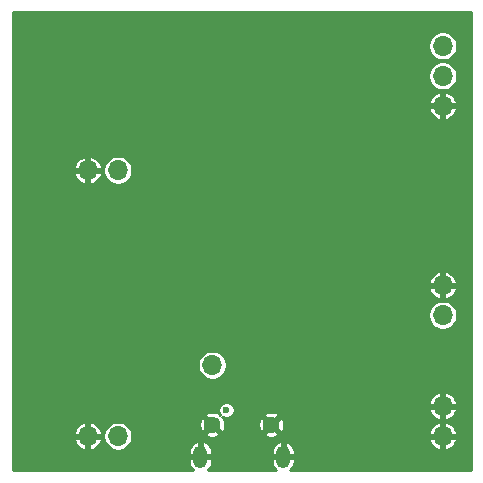
<source format=gbl>
G04 #@! TF.GenerationSoftware,KiCad,Pcbnew,5.1.10-88a1d61d58~90~ubuntu20.04.1*
G04 #@! TF.CreationDate,2021-11-08T15:05:55+08:00*
G04 #@! TF.ProjectId,esp32-c3-test,65737033-322d-4633-932d-746573742e6b,rev?*
G04 #@! TF.SameCoordinates,Original*
G04 #@! TF.FileFunction,Copper,L2,Bot*
G04 #@! TF.FilePolarity,Positive*
%FSLAX46Y46*%
G04 Gerber Fmt 4.6, Leading zero omitted, Abs format (unit mm)*
G04 Created by KiCad (PCBNEW 5.1.10-88a1d61d58~90~ubuntu20.04.1) date 2021-11-08 15:05:55*
%MOMM*%
%LPD*%
G01*
G04 APERTURE LIST*
G04 #@! TA.AperFunction,ComponentPad*
%ADD10O,1.700000X1.700000*%
G04 #@! TD*
G04 #@! TA.AperFunction,ComponentPad*
%ADD11O,1.200000X1.900000*%
G04 #@! TD*
G04 #@! TA.AperFunction,ComponentPad*
%ADD12C,1.450000*%
G04 #@! TD*
G04 #@! TA.AperFunction,ViaPad*
%ADD13C,0.600000*%
G04 #@! TD*
G04 #@! TA.AperFunction,Conductor*
%ADD14C,0.254000*%
G04 #@! TD*
G04 #@! TA.AperFunction,Conductor*
%ADD15C,0.100000*%
G04 #@! TD*
G04 APERTURE END LIST*
D10*
X117000000Y-91500000D03*
X117000000Y-88960000D03*
X89500000Y-69000000D03*
X86960000Y-69000000D03*
X89500000Y-91500000D03*
X86960000Y-91500000D03*
X97500000Y-85500000D03*
X117000000Y-81270000D03*
X117000000Y-78730000D03*
X117000000Y-58460000D03*
X117000000Y-61000000D03*
X117000000Y-63540000D03*
D11*
X103500000Y-93237500D03*
X96500000Y-93237500D03*
D12*
X102500000Y-90537500D03*
X97500000Y-90537500D03*
D13*
X96000000Y-57500000D03*
X100000000Y-57500000D03*
X104000000Y-57500000D03*
X102000000Y-57500000D03*
X98000000Y-57500000D03*
X104000000Y-59000000D03*
X104000000Y-61000000D03*
X104000000Y-63000000D03*
X96000000Y-59000000D03*
X96000000Y-61000000D03*
X96000000Y-63000000D03*
X104000000Y-64500000D03*
X102000000Y-64500000D03*
X100000000Y-64500000D03*
X98000000Y-64500000D03*
X96000000Y-64500000D03*
X112000000Y-76500000D03*
X94000000Y-67000000D03*
X106000000Y-67000000D03*
X107000000Y-56000000D03*
X93000000Y-56000000D03*
X93000000Y-57000000D03*
X108500000Y-76500000D03*
X104500000Y-76500000D03*
X101000000Y-76500000D03*
X97500000Y-76500000D03*
X107000000Y-66000000D03*
X95500000Y-76500000D03*
X93000000Y-66000000D03*
X93000000Y-65000000D03*
X96800000Y-67000000D03*
X86500000Y-87500000D03*
X86500000Y-86500000D03*
X86500000Y-88500000D03*
X86500000Y-74500000D03*
X86500000Y-73500000D03*
X86500000Y-75500000D03*
X86500000Y-58500000D03*
X86500000Y-57500000D03*
X86500000Y-59500000D03*
X85500000Y-84500000D03*
X85500000Y-83500000D03*
X85500000Y-85500000D03*
X86500000Y-82500000D03*
X85500000Y-82500000D03*
X101300000Y-89300000D03*
X101300000Y-91700000D03*
X119000000Y-56000000D03*
X115000000Y-56000000D03*
X117000000Y-56000000D03*
X113000000Y-56000000D03*
X119000000Y-58000000D03*
X119000000Y-94000000D03*
X119000000Y-92000000D03*
X117000000Y-94000000D03*
X111000000Y-56000000D03*
X109000000Y-56000000D03*
X91500000Y-56000000D03*
X90000000Y-56000000D03*
X88500000Y-56000000D03*
X87000000Y-56000000D03*
X85500000Y-56000000D03*
X84000000Y-56000000D03*
X82500000Y-56000000D03*
X81000000Y-56000000D03*
X93000000Y-57800000D03*
X86500000Y-72500000D03*
X87500000Y-72500000D03*
X88500000Y-72500000D03*
X86500000Y-76500000D03*
X86500000Y-60500000D03*
X87500000Y-60500000D03*
X88500000Y-60500000D03*
X81000000Y-58000000D03*
X81000000Y-60000000D03*
X81000000Y-62000000D03*
X81000000Y-64000000D03*
X81000000Y-66000000D03*
X81000000Y-68000000D03*
X81000000Y-70000000D03*
X81000000Y-72000000D03*
X81000000Y-74000000D03*
X81000000Y-76000000D03*
X81000000Y-78000000D03*
X81000000Y-80000000D03*
X81000000Y-82000000D03*
X81000000Y-84000000D03*
X81000000Y-86000000D03*
X81000000Y-88000000D03*
X81000000Y-90000000D03*
X81000000Y-92000000D03*
X119000000Y-60000000D03*
X119000000Y-62000000D03*
X119000000Y-64000000D03*
X119000000Y-66000000D03*
X119000000Y-68000000D03*
X119000000Y-70000000D03*
X119000000Y-72000000D03*
X119000000Y-74000000D03*
X119000000Y-76000000D03*
X119000000Y-78000000D03*
X119000000Y-80000000D03*
X119000000Y-82000000D03*
X119000000Y-84000000D03*
X119000000Y-86000000D03*
X119000000Y-88000000D03*
X119000000Y-90000000D03*
X115000000Y-94000000D03*
X113000000Y-94000000D03*
X111000000Y-94000000D03*
X109000000Y-94000000D03*
X107000000Y-94000000D03*
X83000000Y-94000000D03*
X85000000Y-94000000D03*
X87000000Y-94000000D03*
X89000000Y-94000000D03*
X91000000Y-94000000D03*
X93000000Y-94000000D03*
X84000000Y-61000000D03*
X85000000Y-64000000D03*
X108000000Y-59500000D03*
X112500000Y-59000000D03*
X109500000Y-58000000D03*
X108000000Y-62000000D03*
X112500000Y-62000000D03*
X102000000Y-68000000D03*
X101500000Y-71500000D03*
X102000000Y-69500000D03*
X99500000Y-72500000D03*
X93000000Y-70000000D03*
X94500000Y-72500000D03*
X99000000Y-79000000D03*
X112000000Y-82500000D03*
X112000000Y-87000000D03*
X107500000Y-71500000D03*
X111500000Y-69000000D03*
X81000000Y-94000000D03*
X98700000Y-89300000D03*
D14*
X119373000Y-94373000D02*
X104100627Y-94373000D01*
X104103869Y-94370974D01*
X104245114Y-94238111D01*
X104357725Y-94080245D01*
X104437374Y-93903443D01*
X104481000Y-93714500D01*
X104481000Y-93364500D01*
X103627000Y-93364500D01*
X103627000Y-93384500D01*
X103373000Y-93384500D01*
X103373000Y-93364500D01*
X102519000Y-93364500D01*
X102519000Y-93714500D01*
X102562626Y-93903443D01*
X102642275Y-94080245D01*
X102754886Y-94238111D01*
X102896131Y-94370974D01*
X102899373Y-94373000D01*
X97100627Y-94373000D01*
X97103869Y-94370974D01*
X97245114Y-94238111D01*
X97357725Y-94080245D01*
X97437374Y-93903443D01*
X97481000Y-93714500D01*
X97481000Y-93364500D01*
X96627000Y-93364500D01*
X96627000Y-93384500D01*
X96373000Y-93384500D01*
X96373000Y-93364500D01*
X95519000Y-93364500D01*
X95519000Y-93714500D01*
X95562626Y-93903443D01*
X95642275Y-94080245D01*
X95754886Y-94238111D01*
X95896131Y-94370974D01*
X95899373Y-94373000D01*
X80627000Y-94373000D01*
X80627000Y-92760500D01*
X95519000Y-92760500D01*
X95519000Y-93110500D01*
X96373000Y-93110500D01*
X96373000Y-92010902D01*
X96627000Y-92010902D01*
X96627000Y-93110500D01*
X97481000Y-93110500D01*
X97481000Y-92760500D01*
X102519000Y-92760500D01*
X102519000Y-93110500D01*
X103373000Y-93110500D01*
X103373000Y-92010902D01*
X103627000Y-92010902D01*
X103627000Y-93110500D01*
X104481000Y-93110500D01*
X104481000Y-92760500D01*
X104437374Y-92571557D01*
X104357725Y-92394755D01*
X104245114Y-92236889D01*
X104103869Y-92104026D01*
X103939418Y-92001271D01*
X103777607Y-91946598D01*
X103627000Y-92010902D01*
X103373000Y-92010902D01*
X103222393Y-91946598D01*
X103060582Y-92001271D01*
X102896131Y-92104026D01*
X102754886Y-92236889D01*
X102642275Y-92394755D01*
X102562626Y-92571557D01*
X102519000Y-92760500D01*
X97481000Y-92760500D01*
X97437374Y-92571557D01*
X97357725Y-92394755D01*
X97245114Y-92236889D01*
X97103869Y-92104026D01*
X96939418Y-92001271D01*
X96777607Y-91946598D01*
X96627000Y-92010902D01*
X96373000Y-92010902D01*
X96222393Y-91946598D01*
X96060582Y-92001271D01*
X95896131Y-92104026D01*
X95754886Y-92236889D01*
X95642275Y-92394755D01*
X95562626Y-92571557D01*
X95519000Y-92760500D01*
X80627000Y-92760500D01*
X80627000Y-91816981D01*
X85770505Y-91816981D01*
X85855201Y-92042949D01*
X85982353Y-92248052D01*
X86147076Y-92424408D01*
X86343039Y-92565239D01*
X86562712Y-92665134D01*
X86643020Y-92689489D01*
X86833000Y-92628627D01*
X86833000Y-91627000D01*
X87087000Y-91627000D01*
X87087000Y-92628627D01*
X87276980Y-92689489D01*
X87357288Y-92665134D01*
X87576961Y-92565239D01*
X87772924Y-92424408D01*
X87937647Y-92248052D01*
X88064799Y-92042949D01*
X88149495Y-91816981D01*
X88089187Y-91627000D01*
X87087000Y-91627000D01*
X86833000Y-91627000D01*
X85830813Y-91627000D01*
X85770505Y-91816981D01*
X80627000Y-91816981D01*
X80627000Y-91378757D01*
X88269000Y-91378757D01*
X88269000Y-91621243D01*
X88316307Y-91859069D01*
X88409102Y-92083097D01*
X88543820Y-92284717D01*
X88715283Y-92456180D01*
X88916903Y-92590898D01*
X89140931Y-92683693D01*
X89378757Y-92731000D01*
X89621243Y-92731000D01*
X89859069Y-92683693D01*
X90083097Y-92590898D01*
X90284717Y-92456180D01*
X90456180Y-92284717D01*
X90590898Y-92083097D01*
X90683693Y-91859069D01*
X90692065Y-91816980D01*
X115810511Y-91816980D01*
X115834866Y-91897288D01*
X115934761Y-92116961D01*
X116075592Y-92312924D01*
X116251948Y-92477647D01*
X116457051Y-92604799D01*
X116683019Y-92689495D01*
X116873000Y-92629187D01*
X116873000Y-91627000D01*
X117127000Y-91627000D01*
X117127000Y-92629187D01*
X117316981Y-92689495D01*
X117542949Y-92604799D01*
X117748052Y-92477647D01*
X117924408Y-92312924D01*
X118065239Y-92116961D01*
X118165134Y-91897288D01*
X118189489Y-91816980D01*
X118128627Y-91627000D01*
X117127000Y-91627000D01*
X116873000Y-91627000D01*
X115871373Y-91627000D01*
X115810511Y-91816980D01*
X90692065Y-91816980D01*
X90731000Y-91621243D01*
X90731000Y-91378757D01*
X90723323Y-91340160D01*
X96876945Y-91340160D01*
X96953788Y-91505361D01*
X97153104Y-91593324D01*
X97365751Y-91640713D01*
X97583557Y-91645705D01*
X97798152Y-91608111D01*
X98001289Y-91529372D01*
X98046212Y-91505361D01*
X98123055Y-91340160D01*
X101876945Y-91340160D01*
X101953788Y-91505361D01*
X102153104Y-91593324D01*
X102365751Y-91640713D01*
X102583557Y-91645705D01*
X102798152Y-91608111D01*
X103001289Y-91529372D01*
X103046212Y-91505361D01*
X103123055Y-91340160D01*
X102965915Y-91183020D01*
X115810511Y-91183020D01*
X115871373Y-91373000D01*
X116873000Y-91373000D01*
X116873000Y-90370813D01*
X117127000Y-90370813D01*
X117127000Y-91373000D01*
X118128627Y-91373000D01*
X118189489Y-91183020D01*
X118165134Y-91102712D01*
X118065239Y-90883039D01*
X117924408Y-90687076D01*
X117748052Y-90522353D01*
X117542949Y-90395201D01*
X117316981Y-90310505D01*
X117127000Y-90370813D01*
X116873000Y-90370813D01*
X116683019Y-90310505D01*
X116457051Y-90395201D01*
X116251948Y-90522353D01*
X116075592Y-90687076D01*
X115934761Y-90883039D01*
X115834866Y-91102712D01*
X115810511Y-91183020D01*
X102965915Y-91183020D01*
X102500000Y-90717105D01*
X101876945Y-91340160D01*
X98123055Y-91340160D01*
X97500000Y-90717105D01*
X96876945Y-91340160D01*
X90723323Y-91340160D01*
X90683693Y-91140931D01*
X90590898Y-90916903D01*
X90456180Y-90715283D01*
X90361954Y-90621057D01*
X96391795Y-90621057D01*
X96429389Y-90835652D01*
X96508128Y-91038789D01*
X96532139Y-91083712D01*
X96697340Y-91160555D01*
X97320395Y-90537500D01*
X96697340Y-89914445D01*
X96532139Y-89991288D01*
X96444176Y-90190604D01*
X96396787Y-90403251D01*
X96391795Y-90621057D01*
X90361954Y-90621057D01*
X90284717Y-90543820D01*
X90083097Y-90409102D01*
X89859069Y-90316307D01*
X89621243Y-90269000D01*
X89378757Y-90269000D01*
X89140931Y-90316307D01*
X88916903Y-90409102D01*
X88715283Y-90543820D01*
X88543820Y-90715283D01*
X88409102Y-90916903D01*
X88316307Y-91140931D01*
X88269000Y-91378757D01*
X80627000Y-91378757D01*
X80627000Y-91183019D01*
X85770505Y-91183019D01*
X85830813Y-91373000D01*
X86833000Y-91373000D01*
X86833000Y-90371373D01*
X87087000Y-90371373D01*
X87087000Y-91373000D01*
X88089187Y-91373000D01*
X88149495Y-91183019D01*
X88064799Y-90957051D01*
X87937647Y-90751948D01*
X87772924Y-90575592D01*
X87576961Y-90434761D01*
X87357288Y-90334866D01*
X87276980Y-90310511D01*
X87087000Y-90371373D01*
X86833000Y-90371373D01*
X86643020Y-90310511D01*
X86562712Y-90334866D01*
X86343039Y-90434761D01*
X86147076Y-90575592D01*
X85982353Y-90751948D01*
X85855201Y-90957051D01*
X85770505Y-91183019D01*
X80627000Y-91183019D01*
X80627000Y-89734840D01*
X96876945Y-89734840D01*
X97500000Y-90357895D01*
X97514143Y-90343753D01*
X97693748Y-90523358D01*
X97679605Y-90537500D01*
X98302660Y-91160555D01*
X98467861Y-91083712D01*
X98555824Y-90884396D01*
X98603213Y-90671749D01*
X98604374Y-90621057D01*
X101391795Y-90621057D01*
X101429389Y-90835652D01*
X101508128Y-91038789D01*
X101532139Y-91083712D01*
X101697340Y-91160555D01*
X102320395Y-90537500D01*
X102679605Y-90537500D01*
X103302660Y-91160555D01*
X103467861Y-91083712D01*
X103555824Y-90884396D01*
X103603213Y-90671749D01*
X103608205Y-90453943D01*
X103570611Y-90239348D01*
X103491872Y-90036211D01*
X103467861Y-89991288D01*
X103302660Y-89914445D01*
X102679605Y-90537500D01*
X102320395Y-90537500D01*
X101697340Y-89914445D01*
X101532139Y-89991288D01*
X101444176Y-90190604D01*
X101396787Y-90403251D01*
X101391795Y-90621057D01*
X98604374Y-90621057D01*
X98608205Y-90453943D01*
X98570611Y-90239348D01*
X98491872Y-90036211D01*
X98467861Y-89991288D01*
X98302662Y-89914446D01*
X98339173Y-89877935D01*
X98377426Y-89903494D01*
X98501360Y-89954829D01*
X98632927Y-89981000D01*
X98767073Y-89981000D01*
X98898640Y-89954829D01*
X99022574Y-89903494D01*
X99134112Y-89828967D01*
X99228239Y-89734840D01*
X101876945Y-89734840D01*
X102500000Y-90357895D01*
X103123055Y-89734840D01*
X103046212Y-89569639D01*
X102846896Y-89481676D01*
X102634249Y-89434287D01*
X102416443Y-89429295D01*
X102201848Y-89466889D01*
X101998711Y-89545628D01*
X101953788Y-89569639D01*
X101876945Y-89734840D01*
X99228239Y-89734840D01*
X99228967Y-89734112D01*
X99303494Y-89622574D01*
X99354829Y-89498640D01*
X99381000Y-89367073D01*
X99381000Y-89276980D01*
X115810511Y-89276980D01*
X115834866Y-89357288D01*
X115934761Y-89576961D01*
X116075592Y-89772924D01*
X116251948Y-89937647D01*
X116457051Y-90064799D01*
X116683019Y-90149495D01*
X116873000Y-90089187D01*
X116873000Y-89087000D01*
X117127000Y-89087000D01*
X117127000Y-90089187D01*
X117316981Y-90149495D01*
X117542949Y-90064799D01*
X117748052Y-89937647D01*
X117924408Y-89772924D01*
X118065239Y-89576961D01*
X118165134Y-89357288D01*
X118189489Y-89276980D01*
X118128627Y-89087000D01*
X117127000Y-89087000D01*
X116873000Y-89087000D01*
X115871373Y-89087000D01*
X115810511Y-89276980D01*
X99381000Y-89276980D01*
X99381000Y-89232927D01*
X99354829Y-89101360D01*
X99303494Y-88977426D01*
X99228967Y-88865888D01*
X99134112Y-88771033D01*
X99022574Y-88696506D01*
X98898640Y-88645171D01*
X98887827Y-88643020D01*
X115810511Y-88643020D01*
X115871373Y-88833000D01*
X116873000Y-88833000D01*
X116873000Y-87830813D01*
X117127000Y-87830813D01*
X117127000Y-88833000D01*
X118128627Y-88833000D01*
X118189489Y-88643020D01*
X118165134Y-88562712D01*
X118065239Y-88343039D01*
X117924408Y-88147076D01*
X117748052Y-87982353D01*
X117542949Y-87855201D01*
X117316981Y-87770505D01*
X117127000Y-87830813D01*
X116873000Y-87830813D01*
X116683019Y-87770505D01*
X116457051Y-87855201D01*
X116251948Y-87982353D01*
X116075592Y-88147076D01*
X115934761Y-88343039D01*
X115834866Y-88562712D01*
X115810511Y-88643020D01*
X98887827Y-88643020D01*
X98767073Y-88619000D01*
X98632927Y-88619000D01*
X98501360Y-88645171D01*
X98377426Y-88696506D01*
X98265888Y-88771033D01*
X98171033Y-88865888D01*
X98096506Y-88977426D01*
X98045171Y-89101360D01*
X98019000Y-89232927D01*
X98019000Y-89367073D01*
X98045171Y-89498640D01*
X98096506Y-89622574D01*
X98152106Y-89705786D01*
X98123054Y-89734838D01*
X98046212Y-89569639D01*
X97846896Y-89481676D01*
X97634249Y-89434287D01*
X97416443Y-89429295D01*
X97201848Y-89466889D01*
X96998711Y-89545628D01*
X96953788Y-89569639D01*
X96876945Y-89734840D01*
X80627000Y-89734840D01*
X80627000Y-85378757D01*
X96269000Y-85378757D01*
X96269000Y-85621243D01*
X96316307Y-85859069D01*
X96409102Y-86083097D01*
X96543820Y-86284717D01*
X96715283Y-86456180D01*
X96916903Y-86590898D01*
X97140931Y-86683693D01*
X97378757Y-86731000D01*
X97621243Y-86731000D01*
X97859069Y-86683693D01*
X98083097Y-86590898D01*
X98284717Y-86456180D01*
X98456180Y-86284717D01*
X98590898Y-86083097D01*
X98683693Y-85859069D01*
X98731000Y-85621243D01*
X98731000Y-85378757D01*
X98683693Y-85140931D01*
X98590898Y-84916903D01*
X98456180Y-84715283D01*
X98284717Y-84543820D01*
X98083097Y-84409102D01*
X97859069Y-84316307D01*
X97621243Y-84269000D01*
X97378757Y-84269000D01*
X97140931Y-84316307D01*
X96916903Y-84409102D01*
X96715283Y-84543820D01*
X96543820Y-84715283D01*
X96409102Y-84916903D01*
X96316307Y-85140931D01*
X96269000Y-85378757D01*
X80627000Y-85378757D01*
X80627000Y-81148757D01*
X115769000Y-81148757D01*
X115769000Y-81391243D01*
X115816307Y-81629069D01*
X115909102Y-81853097D01*
X116043820Y-82054717D01*
X116215283Y-82226180D01*
X116416903Y-82360898D01*
X116640931Y-82453693D01*
X116878757Y-82501000D01*
X117121243Y-82501000D01*
X117359069Y-82453693D01*
X117583097Y-82360898D01*
X117784717Y-82226180D01*
X117956180Y-82054717D01*
X118090898Y-81853097D01*
X118183693Y-81629069D01*
X118231000Y-81391243D01*
X118231000Y-81148757D01*
X118183693Y-80910931D01*
X118090898Y-80686903D01*
X117956180Y-80485283D01*
X117784717Y-80313820D01*
X117583097Y-80179102D01*
X117359069Y-80086307D01*
X117121243Y-80039000D01*
X116878757Y-80039000D01*
X116640931Y-80086307D01*
X116416903Y-80179102D01*
X116215283Y-80313820D01*
X116043820Y-80485283D01*
X115909102Y-80686903D01*
X115816307Y-80910931D01*
X115769000Y-81148757D01*
X80627000Y-81148757D01*
X80627000Y-79046980D01*
X115810511Y-79046980D01*
X115834866Y-79127288D01*
X115934761Y-79346961D01*
X116075592Y-79542924D01*
X116251948Y-79707647D01*
X116457051Y-79834799D01*
X116683019Y-79919495D01*
X116873000Y-79859187D01*
X116873000Y-78857000D01*
X117127000Y-78857000D01*
X117127000Y-79859187D01*
X117316981Y-79919495D01*
X117542949Y-79834799D01*
X117748052Y-79707647D01*
X117924408Y-79542924D01*
X118065239Y-79346961D01*
X118165134Y-79127288D01*
X118189489Y-79046980D01*
X118128627Y-78857000D01*
X117127000Y-78857000D01*
X116873000Y-78857000D01*
X115871373Y-78857000D01*
X115810511Y-79046980D01*
X80627000Y-79046980D01*
X80627000Y-78413020D01*
X115810511Y-78413020D01*
X115871373Y-78603000D01*
X116873000Y-78603000D01*
X116873000Y-77600813D01*
X117127000Y-77600813D01*
X117127000Y-78603000D01*
X118128627Y-78603000D01*
X118189489Y-78413020D01*
X118165134Y-78332712D01*
X118065239Y-78113039D01*
X117924408Y-77917076D01*
X117748052Y-77752353D01*
X117542949Y-77625201D01*
X117316981Y-77540505D01*
X117127000Y-77600813D01*
X116873000Y-77600813D01*
X116683019Y-77540505D01*
X116457051Y-77625201D01*
X116251948Y-77752353D01*
X116075592Y-77917076D01*
X115934761Y-78113039D01*
X115834866Y-78332712D01*
X115810511Y-78413020D01*
X80627000Y-78413020D01*
X80627000Y-69316981D01*
X85770505Y-69316981D01*
X85855201Y-69542949D01*
X85982353Y-69748052D01*
X86147076Y-69924408D01*
X86343039Y-70065239D01*
X86562712Y-70165134D01*
X86643020Y-70189489D01*
X86833000Y-70128627D01*
X86833000Y-69127000D01*
X87087000Y-69127000D01*
X87087000Y-70128627D01*
X87276980Y-70189489D01*
X87357288Y-70165134D01*
X87576961Y-70065239D01*
X87772924Y-69924408D01*
X87937647Y-69748052D01*
X88064799Y-69542949D01*
X88149495Y-69316981D01*
X88089187Y-69127000D01*
X87087000Y-69127000D01*
X86833000Y-69127000D01*
X85830813Y-69127000D01*
X85770505Y-69316981D01*
X80627000Y-69316981D01*
X80627000Y-68878757D01*
X88269000Y-68878757D01*
X88269000Y-69121243D01*
X88316307Y-69359069D01*
X88409102Y-69583097D01*
X88543820Y-69784717D01*
X88715283Y-69956180D01*
X88916903Y-70090898D01*
X89140931Y-70183693D01*
X89378757Y-70231000D01*
X89621243Y-70231000D01*
X89859069Y-70183693D01*
X90083097Y-70090898D01*
X90284717Y-69956180D01*
X90456180Y-69784717D01*
X90590898Y-69583097D01*
X90683693Y-69359069D01*
X90731000Y-69121243D01*
X90731000Y-68878757D01*
X90683693Y-68640931D01*
X90590898Y-68416903D01*
X90456180Y-68215283D01*
X90284717Y-68043820D01*
X90083097Y-67909102D01*
X89859069Y-67816307D01*
X89621243Y-67769000D01*
X89378757Y-67769000D01*
X89140931Y-67816307D01*
X88916903Y-67909102D01*
X88715283Y-68043820D01*
X88543820Y-68215283D01*
X88409102Y-68416903D01*
X88316307Y-68640931D01*
X88269000Y-68878757D01*
X80627000Y-68878757D01*
X80627000Y-68683019D01*
X85770505Y-68683019D01*
X85830813Y-68873000D01*
X86833000Y-68873000D01*
X86833000Y-67871373D01*
X87087000Y-67871373D01*
X87087000Y-68873000D01*
X88089187Y-68873000D01*
X88149495Y-68683019D01*
X88064799Y-68457051D01*
X87937647Y-68251948D01*
X87772924Y-68075592D01*
X87576961Y-67934761D01*
X87357288Y-67834866D01*
X87276980Y-67810511D01*
X87087000Y-67871373D01*
X86833000Y-67871373D01*
X86643020Y-67810511D01*
X86562712Y-67834866D01*
X86343039Y-67934761D01*
X86147076Y-68075592D01*
X85982353Y-68251948D01*
X85855201Y-68457051D01*
X85770505Y-68683019D01*
X80627000Y-68683019D01*
X80627000Y-63856980D01*
X115810511Y-63856980D01*
X115834866Y-63937288D01*
X115934761Y-64156961D01*
X116075592Y-64352924D01*
X116251948Y-64517647D01*
X116457051Y-64644799D01*
X116683019Y-64729495D01*
X116873000Y-64669187D01*
X116873000Y-63667000D01*
X117127000Y-63667000D01*
X117127000Y-64669187D01*
X117316981Y-64729495D01*
X117542949Y-64644799D01*
X117748052Y-64517647D01*
X117924408Y-64352924D01*
X118065239Y-64156961D01*
X118165134Y-63937288D01*
X118189489Y-63856980D01*
X118128627Y-63667000D01*
X117127000Y-63667000D01*
X116873000Y-63667000D01*
X115871373Y-63667000D01*
X115810511Y-63856980D01*
X80627000Y-63856980D01*
X80627000Y-63223020D01*
X115810511Y-63223020D01*
X115871373Y-63413000D01*
X116873000Y-63413000D01*
X116873000Y-62410813D01*
X117127000Y-62410813D01*
X117127000Y-63413000D01*
X118128627Y-63413000D01*
X118189489Y-63223020D01*
X118165134Y-63142712D01*
X118065239Y-62923039D01*
X117924408Y-62727076D01*
X117748052Y-62562353D01*
X117542949Y-62435201D01*
X117316981Y-62350505D01*
X117127000Y-62410813D01*
X116873000Y-62410813D01*
X116683019Y-62350505D01*
X116457051Y-62435201D01*
X116251948Y-62562353D01*
X116075592Y-62727076D01*
X115934761Y-62923039D01*
X115834866Y-63142712D01*
X115810511Y-63223020D01*
X80627000Y-63223020D01*
X80627000Y-60878757D01*
X115769000Y-60878757D01*
X115769000Y-61121243D01*
X115816307Y-61359069D01*
X115909102Y-61583097D01*
X116043820Y-61784717D01*
X116215283Y-61956180D01*
X116416903Y-62090898D01*
X116640931Y-62183693D01*
X116878757Y-62231000D01*
X117121243Y-62231000D01*
X117359069Y-62183693D01*
X117583097Y-62090898D01*
X117784717Y-61956180D01*
X117956180Y-61784717D01*
X118090898Y-61583097D01*
X118183693Y-61359069D01*
X118231000Y-61121243D01*
X118231000Y-60878757D01*
X118183693Y-60640931D01*
X118090898Y-60416903D01*
X117956180Y-60215283D01*
X117784717Y-60043820D01*
X117583097Y-59909102D01*
X117359069Y-59816307D01*
X117121243Y-59769000D01*
X116878757Y-59769000D01*
X116640931Y-59816307D01*
X116416903Y-59909102D01*
X116215283Y-60043820D01*
X116043820Y-60215283D01*
X115909102Y-60416903D01*
X115816307Y-60640931D01*
X115769000Y-60878757D01*
X80627000Y-60878757D01*
X80627000Y-58338757D01*
X115769000Y-58338757D01*
X115769000Y-58581243D01*
X115816307Y-58819069D01*
X115909102Y-59043097D01*
X116043820Y-59244717D01*
X116215283Y-59416180D01*
X116416903Y-59550898D01*
X116640931Y-59643693D01*
X116878757Y-59691000D01*
X117121243Y-59691000D01*
X117359069Y-59643693D01*
X117583097Y-59550898D01*
X117784717Y-59416180D01*
X117956180Y-59244717D01*
X118090898Y-59043097D01*
X118183693Y-58819069D01*
X118231000Y-58581243D01*
X118231000Y-58338757D01*
X118183693Y-58100931D01*
X118090898Y-57876903D01*
X117956180Y-57675283D01*
X117784717Y-57503820D01*
X117583097Y-57369102D01*
X117359069Y-57276307D01*
X117121243Y-57229000D01*
X116878757Y-57229000D01*
X116640931Y-57276307D01*
X116416903Y-57369102D01*
X116215283Y-57503820D01*
X116043820Y-57675283D01*
X115909102Y-57876903D01*
X115816307Y-58100931D01*
X115769000Y-58338757D01*
X80627000Y-58338757D01*
X80627000Y-55627000D01*
X119373000Y-55627000D01*
X119373000Y-94373000D01*
G04 #@! TA.AperFunction,Conductor*
D15*
G36*
X119373000Y-94373000D02*
G01*
X104100627Y-94373000D01*
X104103869Y-94370974D01*
X104245114Y-94238111D01*
X104357725Y-94080245D01*
X104437374Y-93903443D01*
X104481000Y-93714500D01*
X104481000Y-93364500D01*
X103627000Y-93364500D01*
X103627000Y-93384500D01*
X103373000Y-93384500D01*
X103373000Y-93364500D01*
X102519000Y-93364500D01*
X102519000Y-93714500D01*
X102562626Y-93903443D01*
X102642275Y-94080245D01*
X102754886Y-94238111D01*
X102896131Y-94370974D01*
X102899373Y-94373000D01*
X97100627Y-94373000D01*
X97103869Y-94370974D01*
X97245114Y-94238111D01*
X97357725Y-94080245D01*
X97437374Y-93903443D01*
X97481000Y-93714500D01*
X97481000Y-93364500D01*
X96627000Y-93364500D01*
X96627000Y-93384500D01*
X96373000Y-93384500D01*
X96373000Y-93364500D01*
X95519000Y-93364500D01*
X95519000Y-93714500D01*
X95562626Y-93903443D01*
X95642275Y-94080245D01*
X95754886Y-94238111D01*
X95896131Y-94370974D01*
X95899373Y-94373000D01*
X80627000Y-94373000D01*
X80627000Y-92760500D01*
X95519000Y-92760500D01*
X95519000Y-93110500D01*
X96373000Y-93110500D01*
X96373000Y-92010902D01*
X96627000Y-92010902D01*
X96627000Y-93110500D01*
X97481000Y-93110500D01*
X97481000Y-92760500D01*
X102519000Y-92760500D01*
X102519000Y-93110500D01*
X103373000Y-93110500D01*
X103373000Y-92010902D01*
X103627000Y-92010902D01*
X103627000Y-93110500D01*
X104481000Y-93110500D01*
X104481000Y-92760500D01*
X104437374Y-92571557D01*
X104357725Y-92394755D01*
X104245114Y-92236889D01*
X104103869Y-92104026D01*
X103939418Y-92001271D01*
X103777607Y-91946598D01*
X103627000Y-92010902D01*
X103373000Y-92010902D01*
X103222393Y-91946598D01*
X103060582Y-92001271D01*
X102896131Y-92104026D01*
X102754886Y-92236889D01*
X102642275Y-92394755D01*
X102562626Y-92571557D01*
X102519000Y-92760500D01*
X97481000Y-92760500D01*
X97437374Y-92571557D01*
X97357725Y-92394755D01*
X97245114Y-92236889D01*
X97103869Y-92104026D01*
X96939418Y-92001271D01*
X96777607Y-91946598D01*
X96627000Y-92010902D01*
X96373000Y-92010902D01*
X96222393Y-91946598D01*
X96060582Y-92001271D01*
X95896131Y-92104026D01*
X95754886Y-92236889D01*
X95642275Y-92394755D01*
X95562626Y-92571557D01*
X95519000Y-92760500D01*
X80627000Y-92760500D01*
X80627000Y-91816981D01*
X85770505Y-91816981D01*
X85855201Y-92042949D01*
X85982353Y-92248052D01*
X86147076Y-92424408D01*
X86343039Y-92565239D01*
X86562712Y-92665134D01*
X86643020Y-92689489D01*
X86833000Y-92628627D01*
X86833000Y-91627000D01*
X87087000Y-91627000D01*
X87087000Y-92628627D01*
X87276980Y-92689489D01*
X87357288Y-92665134D01*
X87576961Y-92565239D01*
X87772924Y-92424408D01*
X87937647Y-92248052D01*
X88064799Y-92042949D01*
X88149495Y-91816981D01*
X88089187Y-91627000D01*
X87087000Y-91627000D01*
X86833000Y-91627000D01*
X85830813Y-91627000D01*
X85770505Y-91816981D01*
X80627000Y-91816981D01*
X80627000Y-91378757D01*
X88269000Y-91378757D01*
X88269000Y-91621243D01*
X88316307Y-91859069D01*
X88409102Y-92083097D01*
X88543820Y-92284717D01*
X88715283Y-92456180D01*
X88916903Y-92590898D01*
X89140931Y-92683693D01*
X89378757Y-92731000D01*
X89621243Y-92731000D01*
X89859069Y-92683693D01*
X90083097Y-92590898D01*
X90284717Y-92456180D01*
X90456180Y-92284717D01*
X90590898Y-92083097D01*
X90683693Y-91859069D01*
X90692065Y-91816980D01*
X115810511Y-91816980D01*
X115834866Y-91897288D01*
X115934761Y-92116961D01*
X116075592Y-92312924D01*
X116251948Y-92477647D01*
X116457051Y-92604799D01*
X116683019Y-92689495D01*
X116873000Y-92629187D01*
X116873000Y-91627000D01*
X117127000Y-91627000D01*
X117127000Y-92629187D01*
X117316981Y-92689495D01*
X117542949Y-92604799D01*
X117748052Y-92477647D01*
X117924408Y-92312924D01*
X118065239Y-92116961D01*
X118165134Y-91897288D01*
X118189489Y-91816980D01*
X118128627Y-91627000D01*
X117127000Y-91627000D01*
X116873000Y-91627000D01*
X115871373Y-91627000D01*
X115810511Y-91816980D01*
X90692065Y-91816980D01*
X90731000Y-91621243D01*
X90731000Y-91378757D01*
X90723323Y-91340160D01*
X96876945Y-91340160D01*
X96953788Y-91505361D01*
X97153104Y-91593324D01*
X97365751Y-91640713D01*
X97583557Y-91645705D01*
X97798152Y-91608111D01*
X98001289Y-91529372D01*
X98046212Y-91505361D01*
X98123055Y-91340160D01*
X101876945Y-91340160D01*
X101953788Y-91505361D01*
X102153104Y-91593324D01*
X102365751Y-91640713D01*
X102583557Y-91645705D01*
X102798152Y-91608111D01*
X103001289Y-91529372D01*
X103046212Y-91505361D01*
X103123055Y-91340160D01*
X102965915Y-91183020D01*
X115810511Y-91183020D01*
X115871373Y-91373000D01*
X116873000Y-91373000D01*
X116873000Y-90370813D01*
X117127000Y-90370813D01*
X117127000Y-91373000D01*
X118128627Y-91373000D01*
X118189489Y-91183020D01*
X118165134Y-91102712D01*
X118065239Y-90883039D01*
X117924408Y-90687076D01*
X117748052Y-90522353D01*
X117542949Y-90395201D01*
X117316981Y-90310505D01*
X117127000Y-90370813D01*
X116873000Y-90370813D01*
X116683019Y-90310505D01*
X116457051Y-90395201D01*
X116251948Y-90522353D01*
X116075592Y-90687076D01*
X115934761Y-90883039D01*
X115834866Y-91102712D01*
X115810511Y-91183020D01*
X102965915Y-91183020D01*
X102500000Y-90717105D01*
X101876945Y-91340160D01*
X98123055Y-91340160D01*
X97500000Y-90717105D01*
X96876945Y-91340160D01*
X90723323Y-91340160D01*
X90683693Y-91140931D01*
X90590898Y-90916903D01*
X90456180Y-90715283D01*
X90361954Y-90621057D01*
X96391795Y-90621057D01*
X96429389Y-90835652D01*
X96508128Y-91038789D01*
X96532139Y-91083712D01*
X96697340Y-91160555D01*
X97320395Y-90537500D01*
X96697340Y-89914445D01*
X96532139Y-89991288D01*
X96444176Y-90190604D01*
X96396787Y-90403251D01*
X96391795Y-90621057D01*
X90361954Y-90621057D01*
X90284717Y-90543820D01*
X90083097Y-90409102D01*
X89859069Y-90316307D01*
X89621243Y-90269000D01*
X89378757Y-90269000D01*
X89140931Y-90316307D01*
X88916903Y-90409102D01*
X88715283Y-90543820D01*
X88543820Y-90715283D01*
X88409102Y-90916903D01*
X88316307Y-91140931D01*
X88269000Y-91378757D01*
X80627000Y-91378757D01*
X80627000Y-91183019D01*
X85770505Y-91183019D01*
X85830813Y-91373000D01*
X86833000Y-91373000D01*
X86833000Y-90371373D01*
X87087000Y-90371373D01*
X87087000Y-91373000D01*
X88089187Y-91373000D01*
X88149495Y-91183019D01*
X88064799Y-90957051D01*
X87937647Y-90751948D01*
X87772924Y-90575592D01*
X87576961Y-90434761D01*
X87357288Y-90334866D01*
X87276980Y-90310511D01*
X87087000Y-90371373D01*
X86833000Y-90371373D01*
X86643020Y-90310511D01*
X86562712Y-90334866D01*
X86343039Y-90434761D01*
X86147076Y-90575592D01*
X85982353Y-90751948D01*
X85855201Y-90957051D01*
X85770505Y-91183019D01*
X80627000Y-91183019D01*
X80627000Y-89734840D01*
X96876945Y-89734840D01*
X97500000Y-90357895D01*
X97514143Y-90343753D01*
X97693748Y-90523358D01*
X97679605Y-90537500D01*
X98302660Y-91160555D01*
X98467861Y-91083712D01*
X98555824Y-90884396D01*
X98603213Y-90671749D01*
X98604374Y-90621057D01*
X101391795Y-90621057D01*
X101429389Y-90835652D01*
X101508128Y-91038789D01*
X101532139Y-91083712D01*
X101697340Y-91160555D01*
X102320395Y-90537500D01*
X102679605Y-90537500D01*
X103302660Y-91160555D01*
X103467861Y-91083712D01*
X103555824Y-90884396D01*
X103603213Y-90671749D01*
X103608205Y-90453943D01*
X103570611Y-90239348D01*
X103491872Y-90036211D01*
X103467861Y-89991288D01*
X103302660Y-89914445D01*
X102679605Y-90537500D01*
X102320395Y-90537500D01*
X101697340Y-89914445D01*
X101532139Y-89991288D01*
X101444176Y-90190604D01*
X101396787Y-90403251D01*
X101391795Y-90621057D01*
X98604374Y-90621057D01*
X98608205Y-90453943D01*
X98570611Y-90239348D01*
X98491872Y-90036211D01*
X98467861Y-89991288D01*
X98302662Y-89914446D01*
X98339173Y-89877935D01*
X98377426Y-89903494D01*
X98501360Y-89954829D01*
X98632927Y-89981000D01*
X98767073Y-89981000D01*
X98898640Y-89954829D01*
X99022574Y-89903494D01*
X99134112Y-89828967D01*
X99228239Y-89734840D01*
X101876945Y-89734840D01*
X102500000Y-90357895D01*
X103123055Y-89734840D01*
X103046212Y-89569639D01*
X102846896Y-89481676D01*
X102634249Y-89434287D01*
X102416443Y-89429295D01*
X102201848Y-89466889D01*
X101998711Y-89545628D01*
X101953788Y-89569639D01*
X101876945Y-89734840D01*
X99228239Y-89734840D01*
X99228967Y-89734112D01*
X99303494Y-89622574D01*
X99354829Y-89498640D01*
X99381000Y-89367073D01*
X99381000Y-89276980D01*
X115810511Y-89276980D01*
X115834866Y-89357288D01*
X115934761Y-89576961D01*
X116075592Y-89772924D01*
X116251948Y-89937647D01*
X116457051Y-90064799D01*
X116683019Y-90149495D01*
X116873000Y-90089187D01*
X116873000Y-89087000D01*
X117127000Y-89087000D01*
X117127000Y-90089187D01*
X117316981Y-90149495D01*
X117542949Y-90064799D01*
X117748052Y-89937647D01*
X117924408Y-89772924D01*
X118065239Y-89576961D01*
X118165134Y-89357288D01*
X118189489Y-89276980D01*
X118128627Y-89087000D01*
X117127000Y-89087000D01*
X116873000Y-89087000D01*
X115871373Y-89087000D01*
X115810511Y-89276980D01*
X99381000Y-89276980D01*
X99381000Y-89232927D01*
X99354829Y-89101360D01*
X99303494Y-88977426D01*
X99228967Y-88865888D01*
X99134112Y-88771033D01*
X99022574Y-88696506D01*
X98898640Y-88645171D01*
X98887827Y-88643020D01*
X115810511Y-88643020D01*
X115871373Y-88833000D01*
X116873000Y-88833000D01*
X116873000Y-87830813D01*
X117127000Y-87830813D01*
X117127000Y-88833000D01*
X118128627Y-88833000D01*
X118189489Y-88643020D01*
X118165134Y-88562712D01*
X118065239Y-88343039D01*
X117924408Y-88147076D01*
X117748052Y-87982353D01*
X117542949Y-87855201D01*
X117316981Y-87770505D01*
X117127000Y-87830813D01*
X116873000Y-87830813D01*
X116683019Y-87770505D01*
X116457051Y-87855201D01*
X116251948Y-87982353D01*
X116075592Y-88147076D01*
X115934761Y-88343039D01*
X115834866Y-88562712D01*
X115810511Y-88643020D01*
X98887827Y-88643020D01*
X98767073Y-88619000D01*
X98632927Y-88619000D01*
X98501360Y-88645171D01*
X98377426Y-88696506D01*
X98265888Y-88771033D01*
X98171033Y-88865888D01*
X98096506Y-88977426D01*
X98045171Y-89101360D01*
X98019000Y-89232927D01*
X98019000Y-89367073D01*
X98045171Y-89498640D01*
X98096506Y-89622574D01*
X98152106Y-89705786D01*
X98123054Y-89734838D01*
X98046212Y-89569639D01*
X97846896Y-89481676D01*
X97634249Y-89434287D01*
X97416443Y-89429295D01*
X97201848Y-89466889D01*
X96998711Y-89545628D01*
X96953788Y-89569639D01*
X96876945Y-89734840D01*
X80627000Y-89734840D01*
X80627000Y-85378757D01*
X96269000Y-85378757D01*
X96269000Y-85621243D01*
X96316307Y-85859069D01*
X96409102Y-86083097D01*
X96543820Y-86284717D01*
X96715283Y-86456180D01*
X96916903Y-86590898D01*
X97140931Y-86683693D01*
X97378757Y-86731000D01*
X97621243Y-86731000D01*
X97859069Y-86683693D01*
X98083097Y-86590898D01*
X98284717Y-86456180D01*
X98456180Y-86284717D01*
X98590898Y-86083097D01*
X98683693Y-85859069D01*
X98731000Y-85621243D01*
X98731000Y-85378757D01*
X98683693Y-85140931D01*
X98590898Y-84916903D01*
X98456180Y-84715283D01*
X98284717Y-84543820D01*
X98083097Y-84409102D01*
X97859069Y-84316307D01*
X97621243Y-84269000D01*
X97378757Y-84269000D01*
X97140931Y-84316307D01*
X96916903Y-84409102D01*
X96715283Y-84543820D01*
X96543820Y-84715283D01*
X96409102Y-84916903D01*
X96316307Y-85140931D01*
X96269000Y-85378757D01*
X80627000Y-85378757D01*
X80627000Y-81148757D01*
X115769000Y-81148757D01*
X115769000Y-81391243D01*
X115816307Y-81629069D01*
X115909102Y-81853097D01*
X116043820Y-82054717D01*
X116215283Y-82226180D01*
X116416903Y-82360898D01*
X116640931Y-82453693D01*
X116878757Y-82501000D01*
X117121243Y-82501000D01*
X117359069Y-82453693D01*
X117583097Y-82360898D01*
X117784717Y-82226180D01*
X117956180Y-82054717D01*
X118090898Y-81853097D01*
X118183693Y-81629069D01*
X118231000Y-81391243D01*
X118231000Y-81148757D01*
X118183693Y-80910931D01*
X118090898Y-80686903D01*
X117956180Y-80485283D01*
X117784717Y-80313820D01*
X117583097Y-80179102D01*
X117359069Y-80086307D01*
X117121243Y-80039000D01*
X116878757Y-80039000D01*
X116640931Y-80086307D01*
X116416903Y-80179102D01*
X116215283Y-80313820D01*
X116043820Y-80485283D01*
X115909102Y-80686903D01*
X115816307Y-80910931D01*
X115769000Y-81148757D01*
X80627000Y-81148757D01*
X80627000Y-79046980D01*
X115810511Y-79046980D01*
X115834866Y-79127288D01*
X115934761Y-79346961D01*
X116075592Y-79542924D01*
X116251948Y-79707647D01*
X116457051Y-79834799D01*
X116683019Y-79919495D01*
X116873000Y-79859187D01*
X116873000Y-78857000D01*
X117127000Y-78857000D01*
X117127000Y-79859187D01*
X117316981Y-79919495D01*
X117542949Y-79834799D01*
X117748052Y-79707647D01*
X117924408Y-79542924D01*
X118065239Y-79346961D01*
X118165134Y-79127288D01*
X118189489Y-79046980D01*
X118128627Y-78857000D01*
X117127000Y-78857000D01*
X116873000Y-78857000D01*
X115871373Y-78857000D01*
X115810511Y-79046980D01*
X80627000Y-79046980D01*
X80627000Y-78413020D01*
X115810511Y-78413020D01*
X115871373Y-78603000D01*
X116873000Y-78603000D01*
X116873000Y-77600813D01*
X117127000Y-77600813D01*
X117127000Y-78603000D01*
X118128627Y-78603000D01*
X118189489Y-78413020D01*
X118165134Y-78332712D01*
X118065239Y-78113039D01*
X117924408Y-77917076D01*
X117748052Y-77752353D01*
X117542949Y-77625201D01*
X117316981Y-77540505D01*
X117127000Y-77600813D01*
X116873000Y-77600813D01*
X116683019Y-77540505D01*
X116457051Y-77625201D01*
X116251948Y-77752353D01*
X116075592Y-77917076D01*
X115934761Y-78113039D01*
X115834866Y-78332712D01*
X115810511Y-78413020D01*
X80627000Y-78413020D01*
X80627000Y-69316981D01*
X85770505Y-69316981D01*
X85855201Y-69542949D01*
X85982353Y-69748052D01*
X86147076Y-69924408D01*
X86343039Y-70065239D01*
X86562712Y-70165134D01*
X86643020Y-70189489D01*
X86833000Y-70128627D01*
X86833000Y-69127000D01*
X87087000Y-69127000D01*
X87087000Y-70128627D01*
X87276980Y-70189489D01*
X87357288Y-70165134D01*
X87576961Y-70065239D01*
X87772924Y-69924408D01*
X87937647Y-69748052D01*
X88064799Y-69542949D01*
X88149495Y-69316981D01*
X88089187Y-69127000D01*
X87087000Y-69127000D01*
X86833000Y-69127000D01*
X85830813Y-69127000D01*
X85770505Y-69316981D01*
X80627000Y-69316981D01*
X80627000Y-68878757D01*
X88269000Y-68878757D01*
X88269000Y-69121243D01*
X88316307Y-69359069D01*
X88409102Y-69583097D01*
X88543820Y-69784717D01*
X88715283Y-69956180D01*
X88916903Y-70090898D01*
X89140931Y-70183693D01*
X89378757Y-70231000D01*
X89621243Y-70231000D01*
X89859069Y-70183693D01*
X90083097Y-70090898D01*
X90284717Y-69956180D01*
X90456180Y-69784717D01*
X90590898Y-69583097D01*
X90683693Y-69359069D01*
X90731000Y-69121243D01*
X90731000Y-68878757D01*
X90683693Y-68640931D01*
X90590898Y-68416903D01*
X90456180Y-68215283D01*
X90284717Y-68043820D01*
X90083097Y-67909102D01*
X89859069Y-67816307D01*
X89621243Y-67769000D01*
X89378757Y-67769000D01*
X89140931Y-67816307D01*
X88916903Y-67909102D01*
X88715283Y-68043820D01*
X88543820Y-68215283D01*
X88409102Y-68416903D01*
X88316307Y-68640931D01*
X88269000Y-68878757D01*
X80627000Y-68878757D01*
X80627000Y-68683019D01*
X85770505Y-68683019D01*
X85830813Y-68873000D01*
X86833000Y-68873000D01*
X86833000Y-67871373D01*
X87087000Y-67871373D01*
X87087000Y-68873000D01*
X88089187Y-68873000D01*
X88149495Y-68683019D01*
X88064799Y-68457051D01*
X87937647Y-68251948D01*
X87772924Y-68075592D01*
X87576961Y-67934761D01*
X87357288Y-67834866D01*
X87276980Y-67810511D01*
X87087000Y-67871373D01*
X86833000Y-67871373D01*
X86643020Y-67810511D01*
X86562712Y-67834866D01*
X86343039Y-67934761D01*
X86147076Y-68075592D01*
X85982353Y-68251948D01*
X85855201Y-68457051D01*
X85770505Y-68683019D01*
X80627000Y-68683019D01*
X80627000Y-63856980D01*
X115810511Y-63856980D01*
X115834866Y-63937288D01*
X115934761Y-64156961D01*
X116075592Y-64352924D01*
X116251948Y-64517647D01*
X116457051Y-64644799D01*
X116683019Y-64729495D01*
X116873000Y-64669187D01*
X116873000Y-63667000D01*
X117127000Y-63667000D01*
X117127000Y-64669187D01*
X117316981Y-64729495D01*
X117542949Y-64644799D01*
X117748052Y-64517647D01*
X117924408Y-64352924D01*
X118065239Y-64156961D01*
X118165134Y-63937288D01*
X118189489Y-63856980D01*
X118128627Y-63667000D01*
X117127000Y-63667000D01*
X116873000Y-63667000D01*
X115871373Y-63667000D01*
X115810511Y-63856980D01*
X80627000Y-63856980D01*
X80627000Y-63223020D01*
X115810511Y-63223020D01*
X115871373Y-63413000D01*
X116873000Y-63413000D01*
X116873000Y-62410813D01*
X117127000Y-62410813D01*
X117127000Y-63413000D01*
X118128627Y-63413000D01*
X118189489Y-63223020D01*
X118165134Y-63142712D01*
X118065239Y-62923039D01*
X117924408Y-62727076D01*
X117748052Y-62562353D01*
X117542949Y-62435201D01*
X117316981Y-62350505D01*
X117127000Y-62410813D01*
X116873000Y-62410813D01*
X116683019Y-62350505D01*
X116457051Y-62435201D01*
X116251948Y-62562353D01*
X116075592Y-62727076D01*
X115934761Y-62923039D01*
X115834866Y-63142712D01*
X115810511Y-63223020D01*
X80627000Y-63223020D01*
X80627000Y-60878757D01*
X115769000Y-60878757D01*
X115769000Y-61121243D01*
X115816307Y-61359069D01*
X115909102Y-61583097D01*
X116043820Y-61784717D01*
X116215283Y-61956180D01*
X116416903Y-62090898D01*
X116640931Y-62183693D01*
X116878757Y-62231000D01*
X117121243Y-62231000D01*
X117359069Y-62183693D01*
X117583097Y-62090898D01*
X117784717Y-61956180D01*
X117956180Y-61784717D01*
X118090898Y-61583097D01*
X118183693Y-61359069D01*
X118231000Y-61121243D01*
X118231000Y-60878757D01*
X118183693Y-60640931D01*
X118090898Y-60416903D01*
X117956180Y-60215283D01*
X117784717Y-60043820D01*
X117583097Y-59909102D01*
X117359069Y-59816307D01*
X117121243Y-59769000D01*
X116878757Y-59769000D01*
X116640931Y-59816307D01*
X116416903Y-59909102D01*
X116215283Y-60043820D01*
X116043820Y-60215283D01*
X115909102Y-60416903D01*
X115816307Y-60640931D01*
X115769000Y-60878757D01*
X80627000Y-60878757D01*
X80627000Y-58338757D01*
X115769000Y-58338757D01*
X115769000Y-58581243D01*
X115816307Y-58819069D01*
X115909102Y-59043097D01*
X116043820Y-59244717D01*
X116215283Y-59416180D01*
X116416903Y-59550898D01*
X116640931Y-59643693D01*
X116878757Y-59691000D01*
X117121243Y-59691000D01*
X117359069Y-59643693D01*
X117583097Y-59550898D01*
X117784717Y-59416180D01*
X117956180Y-59244717D01*
X118090898Y-59043097D01*
X118183693Y-58819069D01*
X118231000Y-58581243D01*
X118231000Y-58338757D01*
X118183693Y-58100931D01*
X118090898Y-57876903D01*
X117956180Y-57675283D01*
X117784717Y-57503820D01*
X117583097Y-57369102D01*
X117359069Y-57276307D01*
X117121243Y-57229000D01*
X116878757Y-57229000D01*
X116640931Y-57276307D01*
X116416903Y-57369102D01*
X116215283Y-57503820D01*
X116043820Y-57675283D01*
X115909102Y-57876903D01*
X115816307Y-58100931D01*
X115769000Y-58338757D01*
X80627000Y-58338757D01*
X80627000Y-55627000D01*
X119373000Y-55627000D01*
X119373000Y-94373000D01*
G37*
G04 #@! TD.AperFunction*
M02*

</source>
